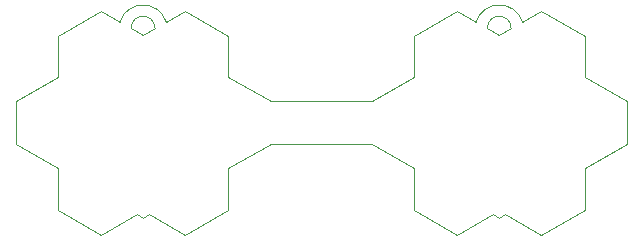
<source format=gm1>
G04 #@! TF.GenerationSoftware,KiCad,Pcbnew,(5.1.5)-3*
G04 #@! TF.CreationDate,2020-04-13T21:58:25+08:00*
G04 #@! TF.ProjectId,pcb,7063622e-6b69-4636-9164-5f7063625858,rev?*
G04 #@! TF.SameCoordinates,Original*
G04 #@! TF.FileFunction,Profile,NP*
%FSLAX46Y46*%
G04 Gerber Fmt 4.6, Leading zero omitted, Abs format (unit mm)*
G04 Created by KiCad (PCBNEW (5.1.5)-3) date 2020-04-13 21:58:25*
%MOMM*%
%LPD*%
G04 APERTURE LIST*
%ADD10C,0.050000*%
G04 APERTURE END LIST*
D10*
X198712252Y-101955144D02*
X207288183Y-101955144D01*
X198712252Y-98338730D02*
X207288183Y-98338730D01*
X210857003Y-92759240D02*
X214511565Y-90649308D01*
X217558128Y-107884516D02*
X214511398Y-109643543D01*
X218080218Y-108185923D02*
X217558128Y-107884516D01*
X221649071Y-90649208D02*
X225303433Y-92759051D01*
X214511398Y-109643543D02*
X210857414Y-107533923D01*
X225302999Y-107533923D02*
X221648870Y-109643621D01*
X218602152Y-107884582D02*
X218080218Y-108185923D01*
X225303433Y-96278262D02*
X228872252Y-98338730D01*
X225303054Y-104015846D02*
X225302999Y-107533923D01*
X228872252Y-101955144D02*
X225303054Y-104015846D01*
X225303433Y-92759051D02*
X225303433Y-96278262D01*
X210857003Y-96278284D02*
X210857003Y-92759240D01*
X207288183Y-98338808D02*
X210857003Y-96278284D01*
X228872252Y-98338730D02*
X228872252Y-101955144D01*
X210857414Y-107533923D02*
X210857381Y-104015846D01*
X221648870Y-109643621D02*
X218602152Y-107884582D01*
X210857381Y-104015846D02*
X207288183Y-101955144D01*
X221649071Y-90649208D02*
X220030000Y-91580000D01*
X217080000Y-92130000D02*
G75*
G02X219080000Y-92130000I1000000J0D01*
G01*
X218080240Y-92709676D02*
X217080000Y-92130000D01*
X214511565Y-90649308D02*
X216130342Y-91578976D01*
X216130342Y-91578976D02*
G75*
G02X220030000Y-91580000I1949658J-651024D01*
G01*
X219080000Y-92130000D02*
X218080240Y-92709676D01*
X180697003Y-92759240D02*
X184351565Y-90649308D01*
X180697003Y-96278284D02*
X180697003Y-92759240D01*
X177128183Y-98338808D02*
X180697003Y-96278284D01*
X177128183Y-101955144D02*
X177128183Y-98338808D01*
X180697381Y-104015846D02*
X177128183Y-101955144D01*
X180697414Y-107533923D02*
X180697381Y-104015846D01*
X184351398Y-109643543D02*
X180697414Y-107533923D01*
X187398128Y-107884516D02*
X184351398Y-109643543D01*
X187920218Y-108185923D02*
X187398128Y-107884516D01*
X188442152Y-107884582D02*
X187920218Y-108185923D01*
X191488870Y-109643621D02*
X188442152Y-107884582D01*
X195142999Y-107533923D02*
X191488870Y-109643621D01*
X195143054Y-104015846D02*
X195142999Y-107533923D01*
X198712252Y-101955144D02*
X195143054Y-104015846D01*
X195143433Y-96278262D02*
X198712252Y-98338730D01*
X195143433Y-92759051D02*
X195143433Y-96278262D01*
X191489071Y-90649208D02*
X195143433Y-92759051D01*
X188920000Y-92130000D02*
X187920240Y-92709676D01*
X191489071Y-90649208D02*
X189870000Y-91580000D01*
X187920240Y-92709676D02*
X186920000Y-92130000D01*
X184351565Y-90649308D02*
X185970342Y-91578976D01*
X185970342Y-91578976D02*
G75*
G02X189870000Y-91580000I1949658J-651024D01*
G01*
X186920000Y-92130000D02*
G75*
G02X188920000Y-92130000I1000000J0D01*
G01*
M02*

</source>
